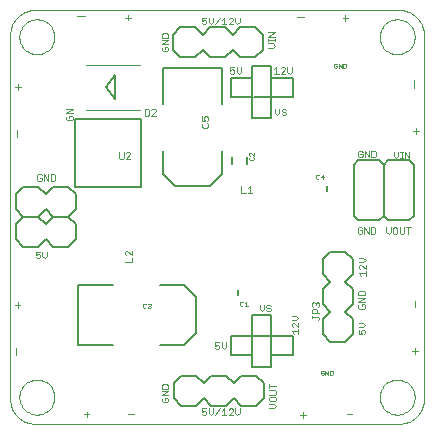
<source format=gto>
G75*
G70*
%OFA0B0*%
%FSLAX24Y24*%
%IPPOS*%
%LPD*%
%AMOC8*
5,1,8,0,0,1.08239X$1,22.5*
%
%ADD10C,0.0000*%
%ADD11C,0.0000*%
%ADD12C,0.0020*%
%ADD13C,0.0010*%
%ADD14C,0.0059*%
%ADD15C,0.0030*%
%ADD16C,0.0050*%
%ADD17C,0.0060*%
%ADD18C,0.0080*%
%ADD19C,0.0040*%
D10*
X000603Y001068D02*
X000605Y001116D01*
X000611Y001164D01*
X000621Y001211D01*
X000635Y001257D01*
X000652Y001302D01*
X000673Y001345D01*
X000698Y001387D01*
X000726Y001426D01*
X000757Y001463D01*
X000791Y001497D01*
X000828Y001528D01*
X000867Y001556D01*
X000909Y001581D01*
X000952Y001602D01*
X000997Y001619D01*
X001043Y001633D01*
X001090Y001643D01*
X001138Y001649D01*
X001186Y001651D01*
X001234Y001649D01*
X001282Y001643D01*
X001329Y001633D01*
X001375Y001619D01*
X001420Y001602D01*
X001463Y001581D01*
X001505Y001556D01*
X001544Y001528D01*
X001581Y001497D01*
X001615Y001463D01*
X001646Y001426D01*
X001674Y001387D01*
X001699Y001345D01*
X001720Y001302D01*
X001737Y001257D01*
X001751Y001211D01*
X001761Y001164D01*
X001767Y001116D01*
X001769Y001068D01*
X001767Y001020D01*
X001761Y000972D01*
X001751Y000925D01*
X001737Y000879D01*
X001720Y000834D01*
X001699Y000791D01*
X001674Y000749D01*
X001646Y000710D01*
X001615Y000673D01*
X001581Y000639D01*
X001544Y000608D01*
X001505Y000580D01*
X001463Y000555D01*
X001420Y000534D01*
X001375Y000517D01*
X001329Y000503D01*
X001282Y000493D01*
X001234Y000487D01*
X001186Y000485D01*
X001138Y000487D01*
X001090Y000493D01*
X001043Y000503D01*
X000997Y000517D01*
X000952Y000534D01*
X000909Y000555D01*
X000867Y000580D01*
X000828Y000608D01*
X000791Y000639D01*
X000757Y000673D01*
X000726Y000710D01*
X000698Y000749D01*
X000673Y000791D01*
X000652Y000834D01*
X000635Y000879D01*
X000621Y000925D01*
X000611Y000972D01*
X000605Y001020D01*
X000603Y001068D01*
X000603Y013076D02*
X000605Y013124D01*
X000611Y013172D01*
X000621Y013219D01*
X000635Y013265D01*
X000652Y013310D01*
X000673Y013353D01*
X000698Y013395D01*
X000726Y013434D01*
X000757Y013471D01*
X000791Y013505D01*
X000828Y013536D01*
X000867Y013564D01*
X000909Y013589D01*
X000952Y013610D01*
X000997Y013627D01*
X001043Y013641D01*
X001090Y013651D01*
X001138Y013657D01*
X001186Y013659D01*
X001234Y013657D01*
X001282Y013651D01*
X001329Y013641D01*
X001375Y013627D01*
X001420Y013610D01*
X001463Y013589D01*
X001505Y013564D01*
X001544Y013536D01*
X001581Y013505D01*
X001615Y013471D01*
X001646Y013434D01*
X001674Y013395D01*
X001699Y013353D01*
X001720Y013310D01*
X001737Y013265D01*
X001751Y013219D01*
X001761Y013172D01*
X001767Y013124D01*
X001769Y013076D01*
X001767Y013028D01*
X001761Y012980D01*
X001751Y012933D01*
X001737Y012887D01*
X001720Y012842D01*
X001699Y012799D01*
X001674Y012757D01*
X001646Y012718D01*
X001615Y012681D01*
X001581Y012647D01*
X001544Y012616D01*
X001505Y012588D01*
X001463Y012563D01*
X001420Y012542D01*
X001375Y012525D01*
X001329Y012511D01*
X001282Y012501D01*
X001234Y012495D01*
X001186Y012493D01*
X001138Y012495D01*
X001090Y012501D01*
X001043Y012511D01*
X000997Y012525D01*
X000952Y012542D01*
X000909Y012563D01*
X000867Y012588D01*
X000828Y012616D01*
X000791Y012647D01*
X000757Y012681D01*
X000726Y012718D01*
X000698Y012757D01*
X000673Y012799D01*
X000652Y012842D01*
X000635Y012887D01*
X000621Y012933D01*
X000611Y012980D01*
X000605Y013028D01*
X000603Y013076D01*
X012611Y013076D02*
X012613Y013124D01*
X012619Y013172D01*
X012629Y013219D01*
X012643Y013265D01*
X012660Y013310D01*
X012681Y013353D01*
X012706Y013395D01*
X012734Y013434D01*
X012765Y013471D01*
X012799Y013505D01*
X012836Y013536D01*
X012875Y013564D01*
X012917Y013589D01*
X012960Y013610D01*
X013005Y013627D01*
X013051Y013641D01*
X013098Y013651D01*
X013146Y013657D01*
X013194Y013659D01*
X013242Y013657D01*
X013290Y013651D01*
X013337Y013641D01*
X013383Y013627D01*
X013428Y013610D01*
X013471Y013589D01*
X013513Y013564D01*
X013552Y013536D01*
X013589Y013505D01*
X013623Y013471D01*
X013654Y013434D01*
X013682Y013395D01*
X013707Y013353D01*
X013728Y013310D01*
X013745Y013265D01*
X013759Y013219D01*
X013769Y013172D01*
X013775Y013124D01*
X013777Y013076D01*
X013775Y013028D01*
X013769Y012980D01*
X013759Y012933D01*
X013745Y012887D01*
X013728Y012842D01*
X013707Y012799D01*
X013682Y012757D01*
X013654Y012718D01*
X013623Y012681D01*
X013589Y012647D01*
X013552Y012616D01*
X013513Y012588D01*
X013471Y012563D01*
X013428Y012542D01*
X013383Y012525D01*
X013337Y012511D01*
X013290Y012501D01*
X013242Y012495D01*
X013194Y012493D01*
X013146Y012495D01*
X013098Y012501D01*
X013051Y012511D01*
X013005Y012525D01*
X012960Y012542D01*
X012917Y012563D01*
X012875Y012588D01*
X012836Y012616D01*
X012799Y012647D01*
X012765Y012681D01*
X012734Y012718D01*
X012706Y012757D01*
X012681Y012799D01*
X012660Y012842D01*
X012643Y012887D01*
X012629Y012933D01*
X012619Y012980D01*
X012613Y013028D01*
X012611Y013076D01*
X012611Y001068D02*
X012613Y001116D01*
X012619Y001164D01*
X012629Y001211D01*
X012643Y001257D01*
X012660Y001302D01*
X012681Y001345D01*
X012706Y001387D01*
X012734Y001426D01*
X012765Y001463D01*
X012799Y001497D01*
X012836Y001528D01*
X012875Y001556D01*
X012917Y001581D01*
X012960Y001602D01*
X013005Y001619D01*
X013051Y001633D01*
X013098Y001643D01*
X013146Y001649D01*
X013194Y001651D01*
X013242Y001649D01*
X013290Y001643D01*
X013337Y001633D01*
X013383Y001619D01*
X013428Y001602D01*
X013471Y001581D01*
X013513Y001556D01*
X013552Y001528D01*
X013589Y001497D01*
X013623Y001463D01*
X013654Y001426D01*
X013682Y001387D01*
X013707Y001345D01*
X013728Y001302D01*
X013745Y001257D01*
X013759Y001211D01*
X013769Y001164D01*
X013775Y001116D01*
X013777Y001068D01*
X013775Y001020D01*
X013769Y000972D01*
X013759Y000925D01*
X013745Y000879D01*
X013728Y000834D01*
X013707Y000791D01*
X013682Y000749D01*
X013654Y000710D01*
X013623Y000673D01*
X013589Y000639D01*
X013552Y000608D01*
X013513Y000580D01*
X013471Y000555D01*
X013428Y000534D01*
X013383Y000517D01*
X013337Y000503D01*
X013290Y000493D01*
X013242Y000487D01*
X013194Y000485D01*
X013146Y000487D01*
X013098Y000493D01*
X013051Y000503D01*
X013005Y000517D01*
X012960Y000534D01*
X012917Y000555D01*
X012875Y000580D01*
X012836Y000608D01*
X012799Y000639D01*
X012765Y000673D01*
X012734Y000710D01*
X012706Y000749D01*
X012681Y000791D01*
X012660Y000834D01*
X012643Y000879D01*
X012629Y000925D01*
X012619Y000972D01*
X012613Y001020D01*
X012611Y001068D01*
D11*
X000300Y000969D02*
X000300Y013174D01*
X000302Y013228D01*
X000307Y013281D01*
X000316Y013334D01*
X000329Y013386D01*
X000345Y013438D01*
X000365Y013488D01*
X000388Y013536D01*
X000415Y013583D01*
X000444Y013628D01*
X000477Y013671D01*
X000512Y013711D01*
X000550Y013749D01*
X000590Y013784D01*
X000633Y013817D01*
X000678Y013846D01*
X000725Y013873D01*
X000773Y013896D01*
X000823Y013916D01*
X000875Y013932D01*
X000927Y013945D01*
X000980Y013954D01*
X001033Y013959D01*
X001087Y013961D01*
X013292Y013961D01*
X013346Y013959D01*
X013399Y013954D01*
X013452Y013945D01*
X013504Y013932D01*
X013556Y013916D01*
X013606Y013896D01*
X013654Y013873D01*
X013701Y013846D01*
X013746Y013817D01*
X013789Y013784D01*
X013829Y013749D01*
X013867Y013711D01*
X013902Y013671D01*
X013935Y013628D01*
X013964Y013583D01*
X013991Y013536D01*
X014014Y013488D01*
X014034Y013438D01*
X014050Y013386D01*
X014063Y013334D01*
X014072Y013281D01*
X014077Y013228D01*
X014079Y013174D01*
X014080Y013174D02*
X014080Y000969D01*
X014079Y000969D02*
X014077Y000915D01*
X014072Y000862D01*
X014063Y000809D01*
X014050Y000757D01*
X014034Y000705D01*
X014014Y000655D01*
X013991Y000607D01*
X013964Y000560D01*
X013935Y000515D01*
X013902Y000472D01*
X013867Y000432D01*
X013829Y000394D01*
X013789Y000359D01*
X013746Y000326D01*
X013701Y000297D01*
X013654Y000270D01*
X013606Y000247D01*
X013556Y000227D01*
X013504Y000211D01*
X013452Y000198D01*
X013399Y000189D01*
X013346Y000184D01*
X013292Y000182D01*
X001087Y000182D01*
X001033Y000184D01*
X000980Y000189D01*
X000927Y000198D01*
X000875Y000211D01*
X000823Y000227D01*
X000773Y000247D01*
X000725Y000270D01*
X000678Y000297D01*
X000633Y000326D01*
X000590Y000359D01*
X000550Y000394D01*
X000512Y000432D01*
X000477Y000472D01*
X000444Y000515D01*
X000415Y000560D01*
X000388Y000607D01*
X000365Y000655D01*
X000345Y000705D01*
X000329Y000757D01*
X000316Y000809D01*
X000307Y000862D01*
X000302Y000915D01*
X000300Y000969D01*
D12*
X001184Y005696D02*
X001148Y005733D01*
X001184Y005696D02*
X001258Y005696D01*
X001294Y005733D01*
X001294Y005806D01*
X001258Y005843D01*
X001221Y005843D01*
X001148Y005806D01*
X001148Y005916D01*
X001294Y005916D01*
X001369Y005916D02*
X001369Y005769D01*
X001442Y005696D01*
X001515Y005769D01*
X001515Y005916D01*
X001566Y008271D02*
X001566Y008491D01*
X001640Y008491D02*
X001750Y008491D01*
X001787Y008454D01*
X001787Y008307D01*
X001750Y008271D01*
X001640Y008271D01*
X001640Y008491D01*
X001419Y008491D02*
X001419Y008271D01*
X001345Y008307D02*
X001308Y008271D01*
X001235Y008271D01*
X001198Y008307D01*
X001198Y008454D01*
X001235Y008491D01*
X001308Y008491D01*
X001345Y008454D01*
X001345Y008381D02*
X001272Y008381D01*
X001345Y008381D02*
X001345Y008307D01*
X001419Y008491D02*
X001566Y008271D01*
X002197Y010301D02*
X002344Y010301D01*
X002380Y010338D01*
X002380Y010411D01*
X002344Y010448D01*
X002270Y010448D01*
X002270Y010374D01*
X002197Y010301D02*
X002160Y010338D01*
X002160Y010411D01*
X002197Y010448D01*
X002160Y010522D02*
X002380Y010669D01*
X002160Y010669D01*
X002160Y010522D02*
X002380Y010522D01*
X003932Y009231D02*
X003932Y009047D01*
X003969Y009011D01*
X004042Y009011D01*
X004079Y009047D01*
X004079Y009231D01*
X004153Y009194D02*
X004190Y009231D01*
X004263Y009231D01*
X004300Y009194D01*
X004300Y009158D01*
X004153Y009011D01*
X004300Y009011D01*
X004775Y010451D02*
X004885Y010451D01*
X004922Y010488D01*
X004922Y010635D01*
X004885Y010672D01*
X004775Y010672D01*
X004775Y010451D01*
X004996Y010451D02*
X005143Y010598D01*
X005143Y010635D01*
X005106Y010672D01*
X005033Y010672D01*
X004996Y010635D01*
X004996Y010451D02*
X005143Y010451D01*
X006676Y010421D02*
X006676Y010274D01*
X006786Y010274D01*
X006749Y010347D01*
X006749Y010384D01*
X006786Y010421D01*
X006859Y010421D01*
X006896Y010384D01*
X006896Y010311D01*
X006859Y010274D01*
X006859Y010200D02*
X006896Y010163D01*
X006896Y010090D01*
X006859Y010053D01*
X006713Y010053D01*
X006676Y010090D01*
X006676Y010163D01*
X006713Y010200D01*
X007661Y011842D02*
X007624Y011878D01*
X007661Y011842D02*
X007734Y011842D01*
X007771Y011878D01*
X007771Y011952D01*
X007734Y011988D01*
X007697Y011988D01*
X007624Y011952D01*
X007624Y012062D01*
X007771Y012062D01*
X007845Y012062D02*
X007845Y011915D01*
X007918Y011842D01*
X007992Y011915D01*
X007992Y012062D01*
X008892Y012713D02*
X009039Y012713D01*
X009113Y012786D01*
X009039Y012860D01*
X008892Y012860D01*
X008892Y012934D02*
X008892Y013007D01*
X008892Y012971D02*
X009113Y012971D01*
X009113Y013007D02*
X009113Y012934D01*
X009113Y013081D02*
X008892Y013081D01*
X009113Y013228D01*
X008892Y013228D01*
X007940Y013572D02*
X007866Y013499D01*
X007793Y013572D01*
X007793Y013719D01*
X007719Y013682D02*
X007682Y013719D01*
X007609Y013719D01*
X007572Y013682D01*
X007719Y013682D02*
X007719Y013646D01*
X007572Y013499D01*
X007719Y013499D01*
X007940Y013572D02*
X007940Y013719D01*
X007498Y013499D02*
X007351Y013499D01*
X007424Y013499D02*
X007424Y013719D01*
X007351Y013646D01*
X007277Y013719D02*
X007130Y013499D01*
X007056Y013572D02*
X007056Y013719D01*
X007056Y013572D02*
X006982Y013499D01*
X006909Y013572D01*
X006909Y013719D01*
X006835Y013719D02*
X006688Y013719D01*
X006688Y013609D01*
X006761Y013646D01*
X006798Y013646D01*
X006835Y013609D01*
X006835Y013536D01*
X006798Y013499D01*
X006725Y013499D01*
X006688Y013536D01*
X005569Y013152D02*
X005569Y013042D01*
X005349Y013042D01*
X005349Y013152D01*
X005386Y013189D01*
X005533Y013189D01*
X005569Y013152D01*
X005569Y012968D02*
X005349Y012968D01*
X005349Y012821D02*
X005569Y012968D01*
X005569Y012821D02*
X005349Y012821D01*
X005386Y012747D02*
X005349Y012710D01*
X005349Y012636D01*
X005386Y012600D01*
X005533Y012600D01*
X005569Y012636D01*
X005569Y012710D01*
X005533Y012747D01*
X005459Y012747D01*
X005459Y012673D01*
X009096Y011988D02*
X009169Y012062D01*
X009169Y011842D01*
X009096Y011842D02*
X009243Y011842D01*
X009317Y011842D02*
X009464Y011988D01*
X009464Y012025D01*
X009427Y012062D01*
X009354Y012062D01*
X009317Y012025D01*
X009317Y011842D02*
X009464Y011842D01*
X009538Y011915D02*
X009611Y011842D01*
X009685Y011915D01*
X009685Y012062D01*
X009538Y012062D02*
X009538Y011915D01*
X009451Y010684D02*
X009378Y010684D01*
X009341Y010647D01*
X009341Y010610D01*
X009378Y010574D01*
X009451Y010574D01*
X009488Y010537D01*
X009488Y010500D01*
X009451Y010464D01*
X009378Y010464D01*
X009341Y010500D01*
X009267Y010537D02*
X009267Y010684D01*
X009267Y010537D02*
X009193Y010464D01*
X009120Y010537D01*
X009120Y010684D01*
X009451Y010684D02*
X009488Y010647D01*
X011895Y009238D02*
X011895Y009091D01*
X011932Y009054D01*
X012005Y009054D01*
X012042Y009091D01*
X012042Y009164D01*
X011968Y009164D01*
X011895Y009238D02*
X011932Y009274D01*
X012005Y009274D01*
X012042Y009238D01*
X012116Y009274D02*
X012116Y009054D01*
X012263Y009054D02*
X012263Y009274D01*
X012337Y009274D02*
X012447Y009274D01*
X012484Y009238D01*
X012484Y009091D01*
X012447Y009054D01*
X012337Y009054D01*
X012337Y009274D01*
X012116Y009274D02*
X012263Y009054D01*
X013083Y009104D02*
X013156Y009031D01*
X013230Y009104D01*
X013230Y009251D01*
X013304Y009251D02*
X013377Y009251D01*
X013341Y009251D02*
X013341Y009031D01*
X013377Y009031D02*
X013304Y009031D01*
X013451Y009031D02*
X013451Y009251D01*
X013598Y009031D01*
X013598Y009251D01*
X013083Y009251D02*
X013083Y009104D01*
X013091Y006723D02*
X013055Y006686D01*
X013055Y006540D01*
X013091Y006503D01*
X013165Y006503D01*
X013201Y006540D01*
X013201Y006686D01*
X013165Y006723D01*
X013091Y006723D01*
X012980Y006723D02*
X012980Y006576D01*
X012907Y006503D01*
X012834Y006576D01*
X012834Y006723D01*
X012470Y006694D02*
X012470Y006547D01*
X012433Y006511D01*
X012323Y006511D01*
X012323Y006731D01*
X012433Y006731D01*
X012470Y006694D01*
X012249Y006731D02*
X012249Y006511D01*
X012102Y006731D01*
X012102Y006511D01*
X012028Y006547D02*
X012028Y006621D01*
X011954Y006621D01*
X011881Y006694D02*
X011881Y006547D01*
X011918Y006511D01*
X011991Y006511D01*
X012028Y006547D01*
X012028Y006694D02*
X011991Y006731D01*
X011918Y006731D01*
X011881Y006694D01*
X011924Y005706D02*
X012071Y005706D01*
X012144Y005632D01*
X012071Y005559D01*
X011924Y005559D01*
X011961Y005485D02*
X011924Y005448D01*
X011924Y005375D01*
X011961Y005338D01*
X011961Y005485D02*
X011998Y005485D01*
X012144Y005338D01*
X012144Y005485D01*
X012144Y005264D02*
X012144Y005117D01*
X012144Y005190D02*
X011924Y005190D01*
X011998Y005117D01*
X011937Y004603D02*
X011901Y004567D01*
X011901Y004457D01*
X012121Y004457D01*
X012121Y004567D01*
X012084Y004603D01*
X011937Y004603D01*
X011901Y004383D02*
X012121Y004383D01*
X011901Y004236D01*
X012121Y004236D01*
X012084Y004162D02*
X012011Y004162D01*
X012011Y004088D01*
X012084Y004015D02*
X012121Y004051D01*
X012121Y004125D01*
X012084Y004162D01*
X011937Y004162D02*
X011901Y004125D01*
X011901Y004051D01*
X011937Y004015D01*
X012084Y004015D01*
X012063Y003540D02*
X011916Y003540D01*
X011916Y003393D02*
X012063Y003393D01*
X012136Y003467D01*
X012063Y003540D01*
X012026Y003319D02*
X011990Y003282D01*
X011990Y003246D01*
X012026Y003172D01*
X011916Y003172D01*
X011916Y003319D01*
X012026Y003319D02*
X012100Y003319D01*
X012136Y003282D01*
X012136Y003209D01*
X012100Y003172D01*
X010585Y003670D02*
X010585Y003707D01*
X010548Y003744D01*
X010364Y003744D01*
X010364Y003707D02*
X010364Y003781D01*
X010364Y003855D02*
X010364Y003965D01*
X010401Y004002D01*
X010475Y004002D01*
X010511Y003965D01*
X010511Y003855D01*
X010585Y003855D02*
X010364Y003855D01*
X010401Y004076D02*
X010364Y004112D01*
X010364Y004186D01*
X010401Y004222D01*
X010438Y004222D01*
X010475Y004186D01*
X010511Y004222D01*
X010548Y004222D01*
X010585Y004186D01*
X010585Y004112D01*
X010548Y004076D01*
X010475Y004149D02*
X010475Y004186D01*
X010585Y003670D02*
X010548Y003634D01*
X009896Y003699D02*
X009823Y003773D01*
X009676Y003773D01*
X009676Y003626D02*
X009823Y003626D01*
X009896Y003699D01*
X009896Y003552D02*
X009896Y003405D01*
X009750Y003552D01*
X009713Y003552D01*
X009676Y003515D01*
X009676Y003442D01*
X009713Y003405D01*
X009676Y003257D02*
X009896Y003257D01*
X009896Y003184D02*
X009896Y003331D01*
X009750Y003184D02*
X009676Y003257D01*
X008976Y003965D02*
X008939Y003928D01*
X008866Y003928D01*
X008829Y003965D01*
X008866Y004038D02*
X008829Y004075D01*
X008829Y004112D01*
X008866Y004148D01*
X008939Y004148D01*
X008976Y004112D01*
X008939Y004038D02*
X008976Y004002D01*
X008976Y003965D01*
X008939Y004038D02*
X008866Y004038D01*
X008755Y004002D02*
X008755Y004148D01*
X008755Y004002D02*
X008682Y003928D01*
X008608Y004002D01*
X008608Y004148D01*
X007489Y002892D02*
X007489Y002746D01*
X007415Y002672D01*
X007342Y002746D01*
X007342Y002892D01*
X007268Y002892D02*
X007121Y002892D01*
X007121Y002782D01*
X007194Y002819D01*
X007231Y002819D01*
X007268Y002782D01*
X007268Y002709D01*
X007231Y002672D01*
X007158Y002672D01*
X007121Y002709D01*
X005566Y001453D02*
X005566Y001343D01*
X005345Y001343D01*
X005345Y001453D01*
X005382Y001489D01*
X005529Y001489D01*
X005566Y001453D01*
X005566Y001268D02*
X005345Y001268D01*
X005345Y001122D02*
X005566Y001268D01*
X005566Y001122D02*
X005345Y001122D01*
X005382Y001047D02*
X005345Y001011D01*
X005345Y000937D01*
X005382Y000901D01*
X005529Y000901D01*
X005566Y000937D01*
X005566Y001011D01*
X005529Y001047D01*
X005455Y001047D01*
X005455Y000974D01*
X006688Y000688D02*
X006688Y000578D01*
X006761Y000614D01*
X006798Y000614D01*
X006835Y000578D01*
X006835Y000504D01*
X006798Y000467D01*
X006725Y000467D01*
X006688Y000504D01*
X006688Y000688D02*
X006835Y000688D01*
X006909Y000688D02*
X006909Y000541D01*
X006982Y000467D01*
X007056Y000541D01*
X007056Y000688D01*
X007277Y000688D02*
X007130Y000467D01*
X007351Y000467D02*
X007498Y000467D01*
X007424Y000467D02*
X007424Y000688D01*
X007351Y000614D01*
X007572Y000651D02*
X007609Y000688D01*
X007682Y000688D01*
X007719Y000651D01*
X007719Y000614D01*
X007572Y000467D01*
X007719Y000467D01*
X007793Y000541D02*
X007866Y000467D01*
X007940Y000541D01*
X007940Y000688D01*
X007793Y000688D02*
X007793Y000541D01*
X008928Y000704D02*
X009075Y000704D01*
X009148Y000777D01*
X009075Y000850D01*
X008928Y000850D01*
X008965Y000925D02*
X009112Y000925D01*
X009148Y000961D01*
X009148Y001035D01*
X009112Y001071D01*
X008965Y001071D01*
X008928Y001035D01*
X008928Y000961D01*
X008965Y000925D01*
X008928Y001146D02*
X009112Y001146D01*
X009148Y001182D01*
X009148Y001256D01*
X009112Y001292D01*
X008928Y001292D01*
X008928Y001367D02*
X008928Y001513D01*
X008928Y001440D02*
X009148Y001440D01*
X004339Y005572D02*
X004339Y005719D01*
X004339Y005793D02*
X004192Y005940D01*
X004156Y005940D01*
X004119Y005903D01*
X004119Y005829D01*
X004156Y005793D01*
X004339Y005793D02*
X004339Y005940D01*
X004339Y005572D02*
X004119Y005572D01*
X008001Y007875D02*
X008148Y007875D01*
X008222Y007875D02*
X008369Y007875D01*
X008295Y007875D02*
X008295Y008095D01*
X008222Y008022D01*
X008001Y008095D02*
X008001Y007875D01*
X013276Y006723D02*
X013276Y006540D01*
X013312Y006503D01*
X013386Y006503D01*
X013422Y006540D01*
X013422Y006723D01*
X013497Y006723D02*
X013643Y006723D01*
X013570Y006723D02*
X013570Y006503D01*
D13*
X010717Y008333D02*
X010717Y008483D01*
X010642Y008408D01*
X010742Y008408D01*
X010594Y008358D02*
X010569Y008333D01*
X010519Y008333D01*
X010494Y008358D01*
X010494Y008458D01*
X010519Y008483D01*
X010569Y008483D01*
X010594Y008458D01*
X008418Y008997D02*
X008393Y008972D01*
X008293Y008972D01*
X008268Y008997D01*
X008268Y009047D01*
X008293Y009072D01*
X008293Y009119D02*
X008268Y009144D01*
X008268Y009194D01*
X008293Y009219D01*
X008318Y009219D01*
X008418Y009119D01*
X008418Y009219D01*
X008393Y009072D02*
X008418Y009047D01*
X008418Y008997D01*
X011117Y012037D02*
X011167Y012037D01*
X011192Y012062D01*
X011192Y012112D01*
X011142Y012112D01*
X011092Y012062D02*
X011117Y012037D01*
X011092Y012062D02*
X011092Y012162D01*
X011117Y012187D01*
X011167Y012187D01*
X011192Y012162D01*
X011240Y012187D02*
X011340Y012037D01*
X011340Y012187D01*
X011387Y012187D02*
X011462Y012187D01*
X011487Y012162D01*
X011487Y012062D01*
X011462Y012037D01*
X011387Y012037D01*
X011387Y012187D01*
X011240Y012187D02*
X011240Y012037D01*
X008156Y004247D02*
X008106Y004197D01*
X008059Y004222D02*
X008034Y004247D01*
X007984Y004247D01*
X007959Y004222D01*
X007959Y004122D01*
X007984Y004097D01*
X008034Y004097D01*
X008059Y004122D01*
X008106Y004097D02*
X008206Y004097D01*
X008156Y004097D02*
X008156Y004247D01*
X010650Y001924D02*
X010650Y001824D01*
X010675Y001799D01*
X010725Y001799D01*
X010751Y001824D01*
X010751Y001874D01*
X010700Y001874D01*
X010650Y001924D02*
X010675Y001949D01*
X010725Y001949D01*
X010751Y001924D01*
X010798Y001949D02*
X010898Y001799D01*
X010898Y001949D01*
X010945Y001949D02*
X011020Y001949D01*
X011045Y001924D01*
X011045Y001824D01*
X011020Y001799D01*
X010945Y001799D01*
X010945Y001949D01*
X010798Y001949D02*
X010798Y001799D01*
X004974Y004058D02*
X004949Y004033D01*
X004899Y004033D01*
X004874Y004058D01*
X004826Y004058D02*
X004801Y004033D01*
X004751Y004033D01*
X004726Y004058D01*
X004726Y004158D01*
X004751Y004183D01*
X004801Y004183D01*
X004826Y004158D01*
X004874Y004158D02*
X004899Y004183D01*
X004949Y004183D01*
X004974Y004158D01*
X004974Y004133D01*
X004949Y004108D01*
X004974Y004083D01*
X004974Y004058D01*
X004949Y004108D02*
X004924Y004108D01*
D14*
X012749Y007127D02*
X012745Y008808D01*
D15*
X013825Y009835D02*
X013825Y010028D01*
X013728Y009931D02*
X013922Y009931D01*
X013746Y011378D02*
X013746Y011625D01*
X011568Y013707D02*
X011375Y013707D01*
X011471Y013804D02*
X011471Y013610D01*
X010091Y013734D02*
X009844Y013734D01*
X004320Y013719D02*
X004127Y013719D01*
X004223Y013816D02*
X004223Y013622D01*
X002780Y013762D02*
X002533Y013762D01*
X000550Y011505D02*
X000550Y011312D01*
X000454Y011408D02*
X000647Y011408D01*
X000516Y009977D02*
X000516Y009730D01*
X000539Y004237D02*
X000539Y004044D01*
X000635Y004141D02*
X000442Y004141D01*
X000500Y002709D02*
X000500Y002462D01*
X002744Y000488D02*
X002938Y000488D01*
X002841Y000584D02*
X002841Y000391D01*
X004221Y000499D02*
X004414Y000499D01*
X009961Y000460D02*
X010154Y000460D01*
X010057Y000557D02*
X010057Y000363D01*
X011508Y000488D02*
X011701Y000488D01*
X013801Y002516D02*
X013801Y002709D01*
X013705Y002613D02*
X013898Y002613D01*
X013786Y004071D02*
X013786Y004264D01*
D16*
X010839Y007950D02*
X010839Y008107D01*
X009001Y010379D02*
X009001Y011087D01*
X009709Y011087D01*
X009709Y011717D01*
X009001Y011717D01*
X009001Y012111D01*
X008371Y012111D01*
X008371Y011717D01*
X007662Y011717D01*
X007662Y011127D01*
X007662Y011087D01*
X008371Y011087D01*
X008371Y010379D01*
X009001Y010379D01*
X009001Y011087D02*
X008410Y011087D01*
X008371Y011087D02*
X008371Y011717D01*
X009001Y011717D02*
X009001Y011087D01*
X004670Y010339D02*
X004670Y008056D01*
X002465Y008056D01*
X002465Y010339D01*
X004670Y010339D01*
X007898Y004631D02*
X007898Y004473D01*
X008371Y003804D02*
X008371Y003095D01*
X007662Y003095D01*
X007662Y002465D01*
X008371Y002465D01*
X008371Y002072D01*
X009001Y002072D01*
X009001Y002465D01*
X009709Y002465D01*
X009709Y003056D01*
X009709Y003095D01*
X009001Y003095D01*
X009001Y003804D01*
X008371Y003804D01*
X008371Y003095D02*
X008371Y002465D01*
X008371Y003095D02*
X008961Y003095D01*
X009001Y003095D02*
X009001Y002465D01*
D17*
X011895Y006957D02*
X012595Y006957D01*
X012745Y007107D01*
X012895Y006957D01*
X013595Y006957D01*
X013745Y007107D01*
X013745Y008807D01*
X013595Y008957D01*
X012895Y008957D01*
X012745Y008807D01*
X012595Y008957D01*
X011895Y008957D01*
X011745Y008807D01*
X011745Y007107D01*
X011895Y006957D01*
X008174Y008843D02*
X008174Y009080D01*
X007702Y009080D02*
X007702Y008843D01*
D18*
X007347Y008489D02*
X006954Y008095D01*
X005772Y008095D01*
X005379Y008489D01*
X005379Y009276D01*
X005379Y010851D02*
X005379Y012032D01*
X007347Y012032D01*
X007347Y010851D01*
X007456Y012398D02*
X006956Y012398D01*
X006706Y012648D01*
X006456Y012398D01*
X005956Y012398D01*
X005706Y012648D01*
X005706Y013148D01*
X005956Y013398D01*
X006456Y013398D01*
X006706Y013148D01*
X006956Y013398D01*
X007456Y013398D01*
X007706Y013148D01*
X007956Y013398D01*
X008456Y013398D01*
X008706Y013148D01*
X008706Y012648D01*
X008456Y012398D01*
X007956Y012398D01*
X007706Y012648D01*
X007456Y012398D01*
X007347Y009276D02*
X007347Y008489D01*
X010709Y005660D02*
X010709Y005160D01*
X010959Y004910D01*
X010709Y004660D01*
X010709Y004160D01*
X010959Y003910D01*
X010709Y003660D01*
X010709Y003160D01*
X010959Y002910D01*
X011459Y002910D01*
X011709Y003160D01*
X011709Y003660D01*
X011459Y003910D01*
X011709Y004160D01*
X011709Y004660D01*
X011459Y004910D01*
X011709Y005160D01*
X011709Y005660D01*
X011459Y005910D01*
X010959Y005910D01*
X010709Y005660D01*
X008503Y001784D02*
X008003Y001784D01*
X007753Y001534D01*
X007503Y001784D01*
X007003Y001784D01*
X006753Y001534D01*
X006503Y001784D01*
X006003Y001784D01*
X005753Y001534D01*
X005753Y001034D01*
X006003Y000784D01*
X006503Y000784D01*
X006753Y001034D01*
X007003Y000784D01*
X007503Y000784D01*
X007753Y001034D01*
X008003Y000784D01*
X008503Y000784D01*
X008753Y001034D01*
X008753Y001534D01*
X008503Y001784D01*
X006481Y003213D02*
X006087Y002820D01*
X005300Y002820D01*
X006481Y003213D02*
X006481Y004394D01*
X006087Y004788D01*
X005300Y004788D01*
X003725Y004788D02*
X002544Y004788D01*
X002544Y002820D01*
X003725Y002820D01*
X002223Y006076D02*
X001723Y006076D01*
X001473Y006326D01*
X001223Y006076D01*
X000723Y006076D01*
X000473Y006326D01*
X000473Y006826D01*
X000723Y007076D01*
X001223Y007076D01*
X001473Y006826D01*
X001723Y007076D01*
X002223Y007076D01*
X002473Y006826D01*
X002473Y006326D01*
X002223Y006076D01*
X002227Y007076D02*
X001727Y007076D01*
X001477Y007326D01*
X001227Y007076D01*
X000727Y007076D01*
X000477Y007326D01*
X000477Y007826D01*
X000727Y008076D01*
X001227Y008076D01*
X001477Y007826D01*
X001727Y008076D01*
X002227Y008076D01*
X002477Y007826D01*
X002477Y007326D01*
X002227Y007076D01*
X003801Y011009D02*
X003801Y011796D01*
X003477Y011402D01*
X003801Y011009D01*
D19*
X004615Y010652D02*
X002835Y010652D01*
X002835Y012152D02*
X004615Y012152D01*
M02*

</source>
